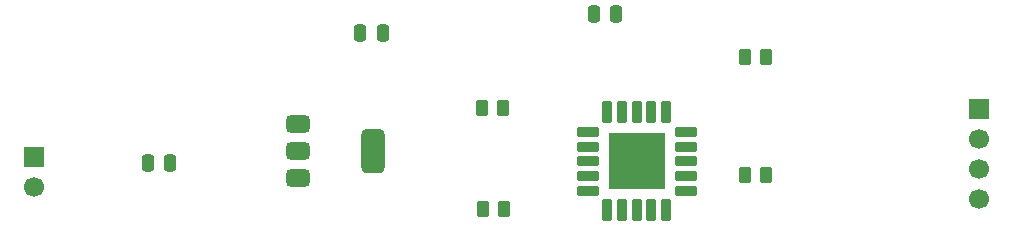
<source format=gbr>
%TF.GenerationSoftware,KiCad,Pcbnew,9.0.6*%
%TF.CreationDate,2026-01-29T23:50:48-08:00*%
%TF.ProjectId,PCB Warm-up,50434220-5761-4726-9d2d-75702e6b6963,rev?*%
%TF.SameCoordinates,Original*%
%TF.FileFunction,Soldermask,Top*%
%TF.FilePolarity,Negative*%
%FSLAX46Y46*%
G04 Gerber Fmt 4.6, Leading zero omitted, Abs format (unit mm)*
G04 Created by KiCad (PCBNEW 9.0.6) date 2026-01-29 23:50:48*
%MOMM*%
%LPD*%
G01*
G04 APERTURE LIST*
G04 Aperture macros list*
%AMRoundRect*
0 Rectangle with rounded corners*
0 $1 Rounding radius*
0 $2 $3 $4 $5 $6 $7 $8 $9 X,Y pos of 4 corners*
0 Add a 4 corners polygon primitive as box body*
4,1,4,$2,$3,$4,$5,$6,$7,$8,$9,$2,$3,0*
0 Add four circle primitives for the rounded corners*
1,1,$1+$1,$2,$3*
1,1,$1+$1,$4,$5*
1,1,$1+$1,$6,$7*
1,1,$1+$1,$8,$9*
0 Add four rect primitives between the rounded corners*
20,1,$1+$1,$2,$3,$4,$5,0*
20,1,$1+$1,$4,$5,$6,$7,0*
20,1,$1+$1,$6,$7,$8,$9,0*
20,1,$1+$1,$8,$9,$2,$3,0*%
G04 Aperture macros list end*
%ADD10RoundRect,0.250000X-0.262500X-0.450000X0.262500X-0.450000X0.262500X0.450000X-0.262500X0.450000X0*%
%ADD11RoundRect,0.375000X-0.625000X-0.375000X0.625000X-0.375000X0.625000X0.375000X-0.625000X0.375000X0*%
%ADD12RoundRect,0.500000X-0.500000X-1.400000X0.500000X-1.400000X0.500000X1.400000X-0.500000X1.400000X0*%
%ADD13RoundRect,0.212500X-0.737500X-0.212500X0.737500X-0.212500X0.737500X0.212500X-0.737500X0.212500X0*%
%ADD14RoundRect,0.212500X-0.212500X-0.737500X0.212500X-0.737500X0.212500X0.737500X-0.212500X0.737500X0*%
%ADD15R,4.800000X4.800000*%
%ADD16R,1.700000X1.700000*%
%ADD17C,1.700000*%
%ADD18RoundRect,0.250000X-0.250000X-0.475000X0.250000X-0.475000X0.250000X0.475000X-0.250000X0.475000X0*%
G04 APERTURE END LIST*
D10*
%TO.C,R4*%
X161675000Y-103500000D03*
X163500000Y-103500000D03*
%TD*%
%TO.C,R3*%
X161675000Y-113500000D03*
X163500000Y-113500000D03*
%TD*%
%TO.C,R2*%
X139475000Y-116350000D03*
X141300000Y-116350000D03*
%TD*%
%TO.C,R1*%
X139387500Y-107850000D03*
X141212500Y-107850000D03*
%TD*%
D11*
%TO.C,U1*%
X123850000Y-109200000D03*
X123850000Y-111500000D03*
D12*
X130150000Y-111500000D03*
D11*
X123850000Y-113800000D03*
%TD*%
D13*
%TO.C,U2*%
X148350000Y-109850000D03*
X148350000Y-111100000D03*
X148350000Y-112350000D03*
X148350000Y-113600000D03*
X148350000Y-114850000D03*
D14*
X150000000Y-116500000D03*
X151250000Y-116500000D03*
X152500000Y-116500000D03*
X153750000Y-116500000D03*
X155000000Y-116500000D03*
D13*
X156650000Y-114850000D03*
X156650000Y-113600000D03*
X156650000Y-112350000D03*
X156650000Y-111100000D03*
X156650000Y-109850000D03*
D14*
X155000000Y-108200000D03*
X153750000Y-108200000D03*
X152500000Y-108200000D03*
X151250000Y-108200000D03*
X150000000Y-108200000D03*
D15*
X152500000Y-112350000D03*
%TD*%
D16*
%TO.C,J2*%
X181500000Y-107880000D03*
D17*
X181500000Y-110420000D03*
X181500000Y-112960000D03*
X181500000Y-115500000D03*
%TD*%
D16*
%TO.C,J1*%
X101500000Y-111960000D03*
D17*
X101500000Y-114500000D03*
%TD*%
D18*
%TO.C,C3*%
X148900000Y-99850000D03*
X150800000Y-99850000D03*
%TD*%
%TO.C,C2*%
X129100000Y-101500000D03*
X131000000Y-101500000D03*
%TD*%
%TO.C,C1*%
X111100000Y-112500000D03*
X113000000Y-112500000D03*
%TD*%
M02*

</source>
